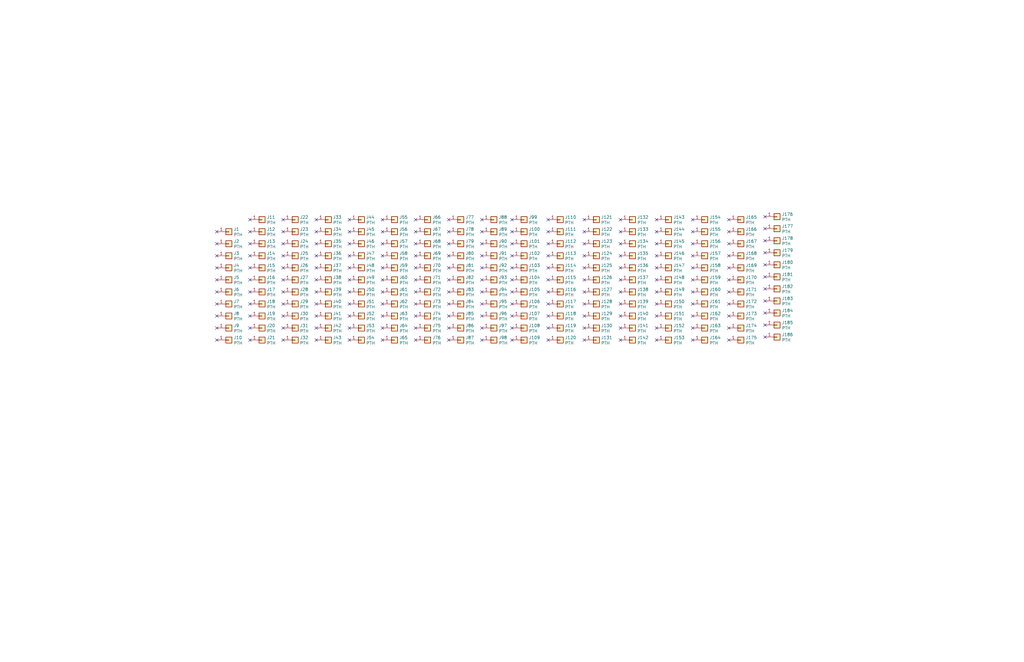
<source format=kicad_sch>
(kicad_sch (version 20211123) (generator eeschema)
  (paper "B")
  (lib_symbols
    (symbol "Connector_Generic:Conn_01x01" (pin_names (offset 1.016) hide)
      (property "Reference" "J" (at 0 2.54 0))
      (property "Value" "Conn_01x01" (at 0 -2.54 0))
      (symbol "Conn_01x01_1_1"
        (pin passive line (at -5.08 0 0) (length 3.81) (name "Pin_1") (number "1"))
      )
    )
  )
  (no_connect (at 322.58 91.44))
  (no_connect (at 133.35 92.71))
  (no_connect (at 161.29 133.35))
  (no_connect (at 292.1 118.11))
  (no_connect (at 292.1 143.51))
  (no_connect (at 307.34 133.35))
  (no_connect (at 175.26 97.79))
  (no_connect (at 292.1 102.87))
  (no_connect (at 133.35 97.79))
  (no_connect (at 147.32 143.51))
  (no_connect (at 322.58 137.16))
  (no_connect (at 231.14 118.11))
  (no_connect (at 231.14 92.71))
  (no_connect (at 133.35 113.03))
  (no_connect (at 307.34 123.19))
  (no_connect (at 189.23 133.35))
  (no_connect (at 161.29 143.51))
  (no_connect (at 147.32 107.95))
  (no_connect (at 322.58 106.68))
  (no_connect (at 91.44 97.79))
  (no_connect (at 276.86 113.03))
  (no_connect (at 322.58 101.6))
  (no_connect (at 147.32 123.19))
  (no_connect (at 307.34 138.43))
  (no_connect (at 307.34 97.79))
  (no_connect (at 175.26 138.43))
  (no_connect (at 215.9 92.71))
  (no_connect (at 231.14 107.95))
  (no_connect (at 292.1 113.03))
  (no_connect (at 261.62 118.11))
  (no_connect (at 105.41 118.11))
  (no_connect (at 175.26 118.11))
  (no_connect (at 261.62 92.71))
  (no_connect (at 203.2 97.79))
  (no_connect (at 105.41 92.71))
  (no_connect (at 276.86 102.87))
  (no_connect (at 105.41 113.03))
  (no_connect (at 91.44 138.43))
  (no_connect (at 203.2 138.43))
  (no_connect (at 261.62 97.79))
  (no_connect (at 215.9 128.27))
  (no_connect (at 246.38 113.03))
  (no_connect (at 161.29 123.19))
  (no_connect (at 292.1 138.43))
  (no_connect (at 307.34 128.27))
  (no_connect (at 203.2 118.11))
  (no_connect (at 161.29 138.43))
  (no_connect (at 292.1 97.79))
  (no_connect (at 276.86 107.95))
  (no_connect (at 161.29 113.03))
  (no_connect (at 161.29 92.71))
  (no_connect (at 189.23 113.03))
  (no_connect (at 133.35 128.27))
  (no_connect (at 322.58 116.84))
  (no_connect (at 307.34 118.11))
  (no_connect (at 175.26 123.19))
  (no_connect (at 105.41 102.87))
  (no_connect (at 215.9 133.35))
  (no_connect (at 175.26 143.51))
  (no_connect (at 91.44 128.27))
  (no_connect (at 292.1 123.19))
  (no_connect (at 203.2 107.95))
  (no_connect (at 147.32 133.35))
  (no_connect (at 147.32 97.79))
  (no_connect (at 203.2 123.19))
  (no_connect (at 261.62 102.87))
  (no_connect (at 246.38 107.95))
  (no_connect (at 276.86 97.79))
  (no_connect (at 292.1 107.95))
  (no_connect (at 231.14 123.19))
  (no_connect (at 307.34 107.95))
  (no_connect (at 175.26 92.71))
  (no_connect (at 91.44 143.51))
  (no_connect (at 246.38 133.35))
  (no_connect (at 105.41 143.51))
  (no_connect (at 147.32 102.87))
  (no_connect (at 175.26 128.27))
  (no_connect (at 231.14 138.43))
  (no_connect (at 322.58 132.08))
  (no_connect (at 322.58 111.76))
  (no_connect (at 119.38 113.03))
  (no_connect (at 292.1 133.35))
  (no_connect (at 119.38 102.87))
  (no_connect (at 322.58 96.52))
  (no_connect (at 276.86 143.51))
  (no_connect (at 246.38 118.11))
  (no_connect (at 322.58 127))
  (no_connect (at 261.62 113.03))
  (no_connect (at 215.9 97.79))
  (no_connect (at 231.14 143.51))
  (no_connect (at 215.9 138.43))
  (no_connect (at 91.44 133.35))
  (no_connect (at 231.14 128.27))
  (no_connect (at 189.23 143.51))
  (no_connect (at 119.38 107.95))
  (no_connect (at 231.14 102.87))
  (no_connect (at 133.35 138.43))
  (no_connect (at 231.14 113.03))
  (no_connect (at 261.62 143.51))
  (no_connect (at 147.32 138.43))
  (no_connect (at 161.29 128.27))
  (no_connect (at 276.86 118.11))
  (no_connect (at 203.2 113.03))
  (no_connect (at 161.29 102.87))
  (no_connect (at 203.2 133.35))
  (no_connect (at 322.58 142.24))
  (no_connect (at 215.9 123.19))
  (no_connect (at 91.44 118.11))
  (no_connect (at 246.38 92.71))
  (no_connect (at 119.38 128.27))
  (no_connect (at 161.29 97.79))
  (no_connect (at 105.41 128.27))
  (no_connect (at 203.2 128.27))
  (no_connect (at 203.2 143.51))
  (no_connect (at 307.34 143.51))
  (no_connect (at 215.9 143.51))
  (no_connect (at 276.86 128.27))
  (no_connect (at 119.38 133.35))
  (no_connect (at 261.62 133.35))
  (no_connect (at 189.23 118.11))
  (no_connect (at 246.38 138.43))
  (no_connect (at 119.38 143.51))
  (no_connect (at 276.86 123.19))
  (no_connect (at 261.62 138.43))
  (no_connect (at 261.62 107.95))
  (no_connect (at 189.23 138.43))
  (no_connect (at 189.23 128.27))
  (no_connect (at 91.44 113.03))
  (no_connect (at 246.38 97.79))
  (no_connect (at 105.41 107.95))
  (no_connect (at 147.32 128.27))
  (no_connect (at 292.1 128.27))
  (no_connect (at 276.86 92.71))
  (no_connect (at 119.38 118.11))
  (no_connect (at 189.23 97.79))
  (no_connect (at 189.23 102.87))
  (no_connect (at 203.2 92.71))
  (no_connect (at 105.41 97.79))
  (no_connect (at 105.41 123.19))
  (no_connect (at 133.35 143.51))
  (no_connect (at 261.62 123.19))
  (no_connect (at 215.9 102.87))
  (no_connect (at 189.23 107.95))
  (no_connect (at 119.38 138.43))
  (no_connect (at 292.1 92.71))
  (no_connect (at 175.26 107.95))
  (no_connect (at 215.9 107.95))
  (no_connect (at 189.23 92.71))
  (no_connect (at 133.35 107.95))
  (no_connect (at 175.26 133.35))
  (no_connect (at 119.38 123.19))
  (no_connect (at 105.41 133.35))
  (no_connect (at 133.35 123.19))
  (no_connect (at 133.35 102.87))
  (no_connect (at 307.34 92.71))
  (no_connect (at 231.14 133.35))
  (no_connect (at 215.9 113.03))
  (no_connect (at 261.62 128.27))
  (no_connect (at 175.26 113.03))
  (no_connect (at 246.38 128.27))
  (no_connect (at 276.86 138.43))
  (no_connect (at 161.29 107.95))
  (no_connect (at 215.9 118.11))
  (no_connect (at 119.38 97.79))
  (no_connect (at 105.41 138.43))
  (no_connect (at 203.2 102.87))
  (no_connect (at 147.32 118.11))
  (no_connect (at 246.38 143.51))
  (no_connect (at 322.58 121.92))
  (no_connect (at 119.38 92.71))
  (no_connect (at 147.32 113.03))
  (no_connect (at 161.29 118.11))
  (no_connect (at 133.35 133.35))
  (no_connect (at 91.44 102.87))
  (no_connect (at 246.38 102.87))
  (no_connect (at 175.26 102.87))
  (no_connect (at 307.34 113.03))
  (no_connect (at 91.44 123.19))
  (no_connect (at 189.23 123.19))
  (no_connect (at 147.32 92.71))
  (no_connect (at 246.38 123.19))
  (no_connect (at 307.34 102.87))
  (no_connect (at 276.86 133.35))
  (no_connect (at 231.14 97.79))
  (no_connect (at 133.35 118.11))
  (no_connect (at 91.44 107.95))
  (symbol (lib_id "Connector_Generic:Conn_01x01") (at 96.52 97.79 0) (unit 1)
    (property "Reference" "J1" (at 98.5012 96.7486 0) (effects (justify left)))
    (property "Value" "PTH" (at 98.5012 99.06 0) (effects (justify left)))
    (property "Footprint" "PTHelement:PTHelement" (effects hide))
  )
  (symbol (lib_id "Connector_Generic:Conn_01x01") (at 96.52 102.87 0) (unit 1)
    (property "Reference" "J2" (at 98.5012 101.8286 0) (effects (justify left)))
    (property "Value" "PTH" (at 98.5012 104.14 0) (effects (justify left)))
    (property "Footprint" "PTHelement:PTHelement" (effects hide))
  )
  (symbol (lib_id "Connector_Generic:Conn_01x01") (at 96.52 107.95 0) (unit 1)
    (property "Reference" "J3" (at 98.5012 106.9086 0) (effects (justify left)))
    (property "Value" "PTH" (at 98.5012 109.22 0) (effects (justify left)))
    (property "Footprint" "PTHelement:PTHelement" (effects hide))
  )
  (symbol (lib_id "Connector_Generic:Conn_01x01") (at 96.52 113.03 0) (unit 1)
    (property "Reference" "J4" (at 98.5012 111.9886 0) (effects (justify left)))
    (property "Value" "PTH" (at 98.5012 114.3 0) (effects (justify left)))
    (property "Footprint" "PTHelement:PTHelement" (effects hide))
  )
  (symbol (lib_id "Connector_Generic:Conn_01x01") (at 96.52 118.11 0) (unit 1)
    (property "Reference" "J5" (at 98.5012 117.0686 0) (effects (justify left)))
    (property "Value" "PTH" (at 98.5012 119.38 0) (effects (justify left)))
    (property "Footprint" "PTHelement:PTHelement" (effects hide))
  )
  (symbol (lib_id "Connector_Generic:Conn_01x01") (at 96.52 123.19 0) (unit 1)
    (property "Reference" "J6" (at 98.5012 122.1486 0) (effects (justify left)))
    (property "Value" "PTH" (at 98.5012 124.46 0) (effects (justify left)))
    (property "Footprint" "PTHelement:PTHelement" (effects hide))
  )
  (symbol (lib_id "Connector_Generic:Conn_01x01") (at 96.52 128.27 0) (unit 1)
    (property "Reference" "J7" (at 98.5012 127.2286 0) (effects (justify left)))
    (property "Value" "PTH" (at 98.5012 129.54 0) (effects (justify left)))
    (property "Footprint" "PTHelement:PTHelement" (effects hide))
  )
  (symbol (lib_id "Connector_Generic:Conn_01x01") (at 96.52 133.35 0) (unit 1)
    (property "Reference" "J8" (at 98.5012 132.3086 0) (effects (justify left)))
    (property "Value" "PTH" (at 98.5012 134.62 0) (effects (justify left)))
    (property "Footprint" "PTHelement:PTHelement" (effects hide))
  )
  (symbol (lib_id "Connector_Generic:Conn_01x01") (at 96.52 138.43 0) (unit 1)
    (property "Reference" "J9" (at 98.5012 137.3886 0) (effects (justify left)))
    (property "Value" "PTH" (at 98.5012 139.7 0) (effects (justify left)))
    (property "Footprint" "PTHelement:PTHelement" (effects hide))
  )
  (symbol (lib_id "Connector_Generic:Conn_01x01") (at 96.52 143.51 0) (unit 1)
    (property "Reference" "J10" (at 98.5012 142.4686 0) (effects (justify left)))
    (property "Value" "PTH" (at 98.5012 144.78 0) (effects (justify left)))
    (property "Footprint" "PTHelement:PTHelement" (effects hide))
  )
  (symbol (lib_id "Connector_Generic:Conn_01x01") (at 110.49 92.71 0) (unit 1)
    (property "Reference" "J11" (at 112.4712 91.6686 0) (effects (justify left)))
    (property "Value" "PTH" (at 112.4712 93.98 0) (effects (justify left)))
    (property "Footprint" "PTHelement:PTHelement" (effects hide))
  )
  (symbol (lib_id "Connector_Generic:Conn_01x01") (at 110.49 97.79 0) (unit 1)
    (property "Reference" "J12" (at 112.4712 96.7486 0) (effects (justify left)))
    (property "Value" "PTH" (at 112.4712 99.06 0) (effects (justify left)))
    (property "Footprint" "PTHelement:PTHelement" (effects hide))
  )
  (symbol (lib_id "Connector_Generic:Conn_01x01") (at 110.49 102.87 0) (unit 1)
    (property "Reference" "J13" (at 112.4712 101.8286 0) (effects (justify left)))
    (property "Value" "PTH" (at 112.4712 104.14 0) (effects (justify left)))
    (property "Footprint" "PTHelement:PTHelement" (effects hide))
  )
  (symbol (lib_id "Connector_Generic:Conn_01x01") (at 110.49 107.95 0) (unit 1)
    (property "Reference" "J14" (at 112.4712 106.9086 0) (effects (justify left)))
    (property "Value" "PTH" (at 112.4712 109.22 0) (effects (justify left)))
    (property "Footprint" "PTHelement:PTHelement" (effects hide))
  )
  (symbol (lib_id "Connector_Generic:Conn_01x01") (at 110.49 113.03 0) (unit 1)
    (property "Reference" "J15" (at 112.4712 111.9886 0) (effects (justify left)))
    (property "Value" "PTH" (at 112.4712 114.3 0) (effects (justify left)))
    (property "Footprint" "PTHelement:PTHelement" (effects hide))
  )
  (symbol (lib_id "Connector_Generic:Conn_01x01") (at 110.49 118.11 0) (unit 1)
    (property "Reference" "J16" (at 112.4712 117.0686 0) (effects (justify left)))
    (property "Value" "PTH" (at 112.4712 119.38 0) (effects (justify left)))
    (property "Footprint" "PTHelement:PTHelement" (effects hide))
  )
  (symbol (lib_id "Connector_Generic:Conn_01x01") (at 110.49 123.19 0) (unit 1)
    (property "Reference" "J17" (at 112.4712 122.1486 0) (effects (justify left)))
    (property "Value" "PTH" (at 112.4712 124.46 0) (effects (justify left)))
    (property "Footprint" "PTHelement:PTHelement" (effects hide))
  )
  (symbol (lib_id "Connector_Generic:Conn_01x01") (at 110.49 128.27 0) (unit 1)
    (property "Reference" "J18" (at 112.4712 127.2286 0) (effects (justify left)))
    (property "Value" "PTH" (at 112.4712 129.54 0) (effects (justify left)))
    (property "Footprint" "PTHelement:PTHelement" (effects hide))
  )
  (symbol (lib_id "Connector_Generic:Conn_01x01") (at 110.49 133.35 0) (unit 1)
    (property "Reference" "J19" (at 112.4712 132.3086 0) (effects (justify left)))
    (property "Value" "PTH" (at 112.4712 134.62 0) (effects (justify left)))
    (property "Footprint" "PTHelement:PTHelement" (effects hide))
  )
  (symbol (lib_id "Connector_Generic:Conn_01x01") (at 110.49 138.43 0) (unit 1)
    (property "Reference" "J20" (at 112.4712 137.3886 0) (effects (justify left)))
    (property "Value" "PTH" (at 112.4712 139.7 0) (effects (justify left)))
    (property "Footprint" "PTHelement:PTHelement" (effects hide))
  )
  (symbol (lib_id "Connector_Generic:Conn_01x01") (at 124.46 138.43 0) (unit 1)
    (property "Reference" "J31" (at 126.4412 137.3886 0) (effects (justify left)))
    (property "Value" "PTH" (at 126.4412 139.7 0) (effects (justify left)))
    (property "Footprint" "PTHelement:PTHelement" (effects hide))
  )
  (symbol (lib_id "Connector_Generic:Conn_01x01") (at 110.49 143.51 0) (unit 1)
    (property "Reference" "J21" (at 112.4712 142.4686 0) (effects (justify left)))
    (property "Value" "PTH" (at 112.4712 144.78 0) (effects (justify left)))
    (property "Footprint" "PTHelement:PTHelement" (effects hide))
  )
  (symbol (lib_id "Connector_Generic:Conn_01x01") (at 124.46 92.71 0) (unit 1)
    (property "Reference" "J22" (at 126.4412 91.6686 0) (effects (justify left)))
    (property "Value" "PTH" (at 126.4412 93.98 0) (effects (justify left)))
    (property "Footprint" "PTHelement:PTHelement" (effects hide))
  )
  (symbol (lib_id "Connector_Generic:Conn_01x01") (at 124.46 97.79 0) (unit 1)
    (property "Reference" "J23" (at 126.4412 96.7486 0) (effects (justify left)))
    (property "Value" "PTH" (at 126.4412 99.06 0) (effects (justify left)))
    (property "Footprint" "PTHelement:PTHelement" (effects hide))
  )
  (symbol (lib_id "Connector_Generic:Conn_01x01") (at 124.46 102.87 0) (unit 1)
    (property "Reference" "J24" (at 126.4412 101.8286 0) (effects (justify left)))
    (property "Value" "PTH" (at 126.4412 104.14 0) (effects (justify left)))
    (property "Footprint" "PTHelement:PTHelement" (effects hide))
  )
  (symbol (lib_id "Connector_Generic:Conn_01x01") (at 124.46 107.95 0) (unit 1)
    (property "Reference" "J25" (at 126.4412 106.9086 0) (effects (justify left)))
    (property "Value" "PTH" (at 126.4412 109.22 0) (effects (justify left)))
    (property "Footprint" "PTHelement:PTHelement" (effects hide))
  )
  (symbol (lib_id "Connector_Generic:Conn_01x01") (at 124.46 113.03 0) (unit 1)
    (property "Reference" "J26" (at 126.4412 111.9886 0) (effects (justify left)))
    (property "Value" "PTH" (at 126.4412 114.3 0) (effects (justify left)))
    (property "Footprint" "PTHelement:PTHelement" (effects hide))
  )
  (symbol (lib_id "Connector_Generic:Conn_01x01") (at 124.46 118.11 0) (unit 1)
    (property "Reference" "J27" (at 126.4412 117.0686 0) (effects (justify left)))
    (property "Value" "PTH" (at 126.4412 119.38 0) (effects (justify left)))
    (property "Footprint" "PTHelement:PTHelement" (effects hide))
  )
  (symbol (lib_id "Connector_Generic:Conn_01x01") (at 124.46 123.19 0) (unit 1)
    (property "Reference" "J28" (at 126.4412 122.1486 0) (effects (justify left)))
    (property "Value" "PTH" (at 126.4412 124.46 0) (effects (justify left)))
    (property "Footprint" "PTHelement:PTHelement" (effects hide))
  )
  (symbol (lib_id "Connector_Generic:Conn_01x01") (at 124.46 128.27 0) (unit 1)
    (property "Reference" "J29" (at 126.4412 127.2286 0) (effects (justify left)))
    (property "Value" "PTH" (at 126.4412 129.54 0) (effects (justify left)))
    (property "Footprint" "PTHelement:PTHelement" (effects hide))
  )
  (symbol (lib_id "Connector_Generic:Conn_01x01") (at 124.46 133.35 0) (unit 1)
    (property "Reference" "J30" (at 126.4412 132.3086 0) (effects (justify left)))
    (property "Value" "PTH" (at 126.4412 134.62 0) (effects (justify left)))
    (property "Footprint" "PTHelement:PTHelement" (effects hide))
  )
  (symbol (lib_id "Connector_Generic:Conn_01x01") (at 124.46 143.51 0) (unit 1)
    (property "Reference" "J32" (at 126.4412 142.4686 0) (effects (justify left)))
    (property "Value" "PTH" (at 126.4412 144.78 0) (effects (justify left)))
    (property "Footprint" "PTHelement:PTHelement" (effects hide))
  )
  (symbol (lib_id "Connector_Generic:Conn_01x01") (at 138.43 138.43 0) (unit 1)
    (property "Reference" "J42" (at 140.4112 137.3886 0) (effects (justify left)))
    (property "Value" "PTH" (at 140.4112 139.7 0) (effects (justify left)))
    (property "Footprint" "PTHelement:PTHelement" (effects hide))
  )
  (symbol (lib_id "Connector_Generic:Conn_01x01") (at 138.43 92.71 0) (unit 1)
    (property "Reference" "J33" (at 140.4112 91.6686 0) (effects (justify left)))
    (property "Value" "PTH" (at 140.4112 93.98 0) (effects (justify left)))
    (property "Footprint" "PTHelement:PTHelement" (effects hide))
  )
  (symbol (lib_id "Connector_Generic:Conn_01x01") (at 138.43 97.79 0) (unit 1)
    (property "Reference" "J34" (at 140.4112 96.7486 0) (effects (justify left)))
    (property "Value" "PTH" (at 140.4112 99.06 0) (effects (justify left)))
    (property "Footprint" "PTHelement:PTHelement" (effects hide))
  )
  (symbol (lib_id "Connector_Generic:Conn_01x01") (at 138.43 102.87 0) (unit 1)
    (property "Reference" "J35" (at 140.4112 101.8286 0) (effects (justify left)))
    (property "Value" "PTH" (at 140.4112 104.14 0) (effects (justify left)))
    (property "Footprint" "PTHelement:PTHelement" (effects hide))
  )
  (symbol (lib_id "Connector_Generic:Conn_01x01") (at 138.43 107.95 0) (unit 1)
    (property "Reference" "J36" (at 140.4112 106.9086 0) (effects (justify left)))
    (property "Value" "PTH" (at 140.4112 109.22 0) (effects (justify left)))
    (property "Footprint" "PTHelement:PTHelement" (effects hide))
  )
  (symbol (lib_id "Connector_Generic:Conn_01x01") (at 138.43 113.03 0) (unit 1)
    (property "Reference" "J37" (at 140.4112 111.9886 0) (effects (justify left)))
    (property "Value" "PTH" (at 140.4112 114.3 0) (effects (justify left)))
    (property "Footprint" "PTHelement:PTHelement" (effects hide))
  )
  (symbol (lib_id "Connector_Generic:Conn_01x01") (at 138.43 118.11 0) (unit 1)
    (property "Reference" "J38" (at 140.4112 117.0686 0) (effects (justify left)))
    (property "Value" "PTH" (at 140.4112 119.38 0) (effects (justify left)))
    (property "Footprint" "PTHelement:PTHelement" (effects hide))
  )
  (symbol (lib_id "Connector_Generic:Conn_01x01") (at 138.43 123.19 0) (unit 1)
    (property "Reference" "J39" (at 140.4112 122.1486 0) (effects (justify left)))
    (property "Value" "PTH" (at 140.4112 124.46 0) (effects (justify left)))
    (property "Footprint" "PTHelement:PTHelement" (effects hide))
  )
  (symbol (lib_id "Connector_Generic:Conn_01x01") (at 138.43 128.27 0) (unit 1)
    (property "Reference" "J40" (at 140.4112 127.2286 0) (effects (justify left)))
    (property "Value" "PTH" (at 140.4112 129.54 0) (effects (justify left)))
    (property "Footprint" "PTHelement:PTHelement" (effects hide))
  )
  (symbol (lib_id "Connector_Generic:Conn_01x01") (at 138.43 133.35 0) (unit 1)
    (property "Reference" "J41" (at 140.4112 132.3086 0) (effects (justify left)))
    (property "Value" "PTH" (at 140.4112 134.62 0) (effects (justify left)))
    (property "Footprint" "PTHelement:PTHelement" (effects hide))
  )
  (symbol (lib_id "Connector_Generic:Conn_01x01") (at 138.43 143.51 0) (unit 1)
    (property "Reference" "J43" (at 140.4112 142.4686 0) (effects (justify left)))
    (property "Value" "PTH" (at 140.4112 144.78 0) (effects (justify left)))
    (property "Footprint" "PTHelement:PTHelement" (effects hide))
  )
  (symbol (lib_id "Connector_Generic:Conn_01x01") (at 152.4 143.51 0) (unit 1)
    (property "Reference" "J54" (at 154.3812 142.4686 0) (effects (justify left)))
    (property "Value" "PTH" (at 154.3812 144.78 0) (effects (justify left)))
    (property "Footprint" "PTHelement:PTHelement" (effects hide))
  )
  (symbol (lib_id "Connector_Generic:Conn_01x01") (at 152.4 133.35 0) (unit 1)
    (property "Reference" "J52" (at 154.3812 132.3086 0) (effects (justify left)))
    (property "Value" "PTH" (at 154.3812 134.62 0) (effects (justify left)))
    (property "Footprint" "PTHelement:PTHelement" (effects hide))
  )
  (symbol (lib_id "Connector_Generic:Conn_01x01") (at 152.4 128.27 0) (unit 1)
    (property "Reference" "J51" (at 154.3812 127.2286 0) (effects (justify left)))
    (property "Value" "PTH" (at 154.3812 129.54 0) (effects (justify left)))
    (property "Footprint" "PTHelement:PTHelement" (effects hide))
  )
  (symbol (lib_id "Connector_Generic:Conn_01x01") (at 152.4 123.19 0) (unit 1)
    (property "Reference" "J50" (at 154.3812 122.1486 0) (effects (justify left)))
    (property "Value" "PTH" (at 154.3812 124.46 0) (effects (justify left)))
    (property "Footprint" "PTHelement:PTHelement" (effects hide))
  )
  (symbol (lib_id "Connector_Generic:Conn_01x01") (at 152.4 118.11 0) (unit 1)
    (property "Reference" "J49" (at 154.3812 117.0686 0) (effects (justify left)))
    (property "Value" "PTH" (at 154.3812 119.38 0) (effects (justify left)))
    (property "Footprint" "PTHelement:PTHelement" (effects hide))
  )
  (symbol (lib_id "Connector_Generic:Conn_01x01") (at 152.4 113.03 0) (unit 1)
    (property "Reference" "J48" (at 154.3812 111.9886 0) (effects (justify left)))
    (property "Value" "PTH" (at 154.3812 114.3 0) (effects (justify left)))
    (property "Footprint" "PTHelement:PTHelement" (effects hide))
  )
  (symbol (lib_id "Connector_Generic:Conn_01x01") (at 152.4 107.95 0) (unit 1)
    (property "Reference" "J47" (at 154.3812 106.9086 0) (effects (justify left)))
    (property "Value" "PTH" (at 154.3812 109.22 0) (effects (justify left)))
    (property "Footprint" "PTHelement:PTHelement" (effects hide))
  )
  (symbol (lib_id "Connector_Generic:Conn_01x01") (at 152.4 102.87 0) (unit 1)
    (property "Reference" "J46" (at 154.3812 101.8286 0) (effects (justify left)))
    (property "Value" "PTH" (at 154.3812 104.14 0) (effects (justify left)))
    (property "Footprint" "PTHelement:PTHelement" (effects hide))
  )
  (symbol (lib_id "Connector_Generic:Conn_01x01") (at 152.4 97.79 0) (unit 1)
    (property "Reference" "J45" (at 154.3812 96.7486 0) (effects (justify left)))
    (property "Value" "PTH" (at 154.3812 99.06 0) (effects (justify left)))
    (property "Footprint" "PTHelement:PTHelement" (effects hide))
  )
  (symbol (lib_id "Connector_Generic:Conn_01x01") (at 152.4 92.71 0) (unit 1)
    (property "Reference" "J44" (at 154.3812 91.6686 0) (effects (justify left)))
    (property "Value" "PTH" (at 154.3812 93.98 0) (effects (justify left)))
    (property "Footprint" "PTHelement:PTHelement" (effects hide))
  )
  (symbol (lib_id "Connector_Generic:Conn_01x01") (at 152.4 138.43 0) (unit 1)
    (property "Reference" "J53" (at 154.3812 137.3886 0) (effects (justify left)))
    (property "Value" "PTH" (at 154.3812 139.7 0) (effects (justify left)))
    (property "Footprint" "PTHelement:PTHelement" (effects hide))
  )
  (symbol (lib_id "Connector_Generic:Conn_01x01") (at 180.34 92.71 0) (unit 1)
    (property "Reference" "J66" (at 182.3212 91.6686 0) (effects (justify left)))
    (property "Value" "PTH" (at 182.3212 93.98 0) (effects (justify left)))
    (property "Footprint" "PTHelement:PTHelement" (effects hide))
  )
  (symbol (lib_id "Connector_Generic:Conn_01x01") (at 166.37 133.35 0) (unit 1)
    (property "Reference" "J63" (at 168.3512 132.3086 0) (effects (justify left)))
    (property "Value" "PTH" (at 168.3512 134.62 0) (effects (justify left)))
    (property "Footprint" "PTHelement:PTHelement" (effects hide))
  )
  (symbol (lib_id "Connector_Generic:Conn_01x01") (at 166.37 128.27 0) (unit 1)
    (property "Reference" "J62" (at 168.3512 127.2286 0) (effects (justify left)))
    (property "Value" "PTH" (at 168.3512 129.54 0) (effects (justify left)))
    (property "Footprint" "PTHelement:PTHelement" (effects hide))
  )
  (symbol (lib_id "Connector_Generic:Conn_01x01") (at 166.37 123.19 0) (unit 1)
    (property "Reference" "J61" (at 168.3512 122.1486 0) (effects (justify left)))
    (property "Value" "PTH" (at 168.3512 124.46 0) (effects (justify left)))
    (property "Footprint" "PTHelement:PTHelement" (effects hide))
  )
  (symbol (lib_id "Connector_Generic:Conn_01x01") (at 166.37 118.11 0) (unit 1)
    (property "Reference" "J60" (at 168.3512 117.0686 0) (effects (justify left)))
    (property "Value" "PTH" (at 168.3512 119.38 0) (effects (justify left)))
    (property "Footprint" "PTHelement:PTHelement" (effects hide))
  )
  (symbol (lib_id "Connector_Generic:Conn_01x01") (at 166.37 113.03 0) (unit 1)
    (property "Reference" "J59" (at 168.3512 111.9886 0) (effects (justify left)))
    (property "Value" "PTH" (at 168.3512 114.3 0) (effects (justify left)))
    (property "Footprint" "PTHelement:PTHelement" (effects hide))
  )
  (symbol (lib_id "Connector_Generic:Conn_01x01") (at 166.37 107.95 0) (unit 1)
    (property "Reference" "J58" (at 168.3512 106.9086 0) (effects (justify left)))
    (property "Value" "PTH" (at 168.3512 109.22 0) (effects (justify left)))
    (property "Footprint" "PTHelement:PTHelement" (effects hide))
  )
  (symbol (lib_id "Connector_Generic:Conn_01x01") (at 166.37 102.87 0) (unit 1)
    (property "Reference" "J57" (at 168.3512 101.8286 0) (effects (justify left)))
    (property "Value" "PTH" (at 168.3512 104.14 0) (effects (justify left)))
    (property "Footprint" "PTHelement:PTHelement" (effects hide))
  )
  (symbol (lib_id "Connector_Generic:Conn_01x01") (at 166.37 97.79 0) (unit 1)
    (property "Reference" "J56" (at 168.3512 96.7486 0) (effects (justify left)))
    (property "Value" "PTH" (at 168.3512 99.06 0) (effects (justify left)))
    (property "Footprint" "PTHelement:PTHelement" (effects hide))
  )
  (symbol (lib_id "Connector_Generic:Conn_01x01") (at 166.37 92.71 0) (unit 1)
    (property "Reference" "J55" (at 168.3512 91.6686 0) (effects (justify left)))
    (property "Value" "PTH" (at 168.3512 93.98 0) (effects (justify left)))
    (property "Footprint" "PTHelement:PTHelement" (effects hide))
  )
  (symbol (lib_id "Connector_Generic:Conn_01x01") (at 166.37 143.51 0) (unit 1)
    (property "Reference" "J65" (at 168.3512 142.4686 0) (effects (justify left)))
    (property "Value" "PTH" (at 168.3512 144.78 0) (effects (justify left)))
    (property "Footprint" "PTHelement:PTHelement" (effects hide))
  )
  (symbol (lib_id "Connector_Generic:Conn_01x01") (at 166.37 138.43 0) (unit 1)
    (property "Reference" "J64" (at 168.3512 137.3886 0) (effects (justify left)))
    (property "Value" "PTH" (at 168.3512 139.7 0) (effects (justify left)))
    (property "Footprint" "PTHelement:PTHelement" (effects hide))
  )
  (symbol (lib_id "Connector_Generic:Conn_01x01") (at 180.34 138.43 0) (unit 1)
    (property "Reference" "J75" (at 182.3212 137.3886 0) (effects (justify left)))
    (property "Value" "PTH" (at 182.3212 139.7 0) (effects (justify left)))
    (property "Footprint" "PTHelement:PTHelement" (effects hide))
  )
  (symbol (lib_id "Connector_Generic:Conn_01x01") (at 180.34 133.35 0) (unit 1)
    (property "Reference" "J74" (at 182.3212 132.3086 0) (effects (justify left)))
    (property "Value" "PTH" (at 182.3212 134.62 0) (effects (justify left)))
    (property "Footprint" "PTHelement:PTHelement" (effects hide))
  )
  (symbol (lib_id "Connector_Generic:Conn_01x01") (at 180.34 128.27 0) (unit 1)
    (property "Reference" "J73" (at 182.3212 127.2286 0) (effects (justify left)))
    (property "Value" "PTH" (at 182.3212 129.54 0) (effects (justify left)))
    (property "Footprint" "PTHelement:PTHelement" (effects hide))
  )
  (symbol (lib_id "Connector_Generic:Conn_01x01") (at 180.34 123.19 0) (unit 1)
    (property "Reference" "J72" (at 182.3212 122.1486 0) (effects (justify left)))
    (property "Value" "PTH" (at 182.3212 124.46 0) (effects (justify left)))
    (property "Footprint" "PTHelement:PTHelement" (effects hide))
  )
  (symbol (lib_id "Connector_Generic:Conn_01x01") (at 180.34 118.11 0) (unit 1)
    (property "Reference" "J71" (at 182.3212 117.0686 0) (effects (justify left)))
    (property "Value" "PTH" (at 182.3212 119.38 0) (effects (justify left)))
    (property "Footprint" "PTHelement:PTHelement" (effects hide))
  )
  (symbol (lib_id "Connector_Generic:Conn_01x01") (at 180.34 113.03 0) (unit 1)
    (property "Reference" "J70" (at 182.3212 111.9886 0) (effects (justify left)))
    (property "Value" "PTH" (at 182.3212 114.3 0) (effects (justify left)))
    (property "Footprint" "PTHelement:PTHelement" (effects hide))
  )
  (symbol (lib_id "Connector_Generic:Conn_01x01") (at 180.34 107.95 0) (unit 1)
    (property "Reference" "J69" (at 182.3212 106.9086 0) (effects (justify left)))
    (property "Value" "PTH" (at 182.3212 109.22 0) (effects (justify left)))
    (property "Footprint" "PTHelement:PTHelement" (effects hide))
  )
  (symbol (lib_id "Connector_Generic:Conn_01x01") (at 180.34 102.87 0) (unit 1)
    (property "Reference" "J68" (at 182.3212 101.8286 0) (effects (justify left)))
    (property "Value" "PTH" (at 182.3212 104.14 0) (effects (justify left)))
    (property "Footprint" "PTHelement:PTHelement" (effects hide))
  )
  (symbol (lib_id "Connector_Generic:Conn_01x01") (at 194.31 92.71 0) (unit 1)
    (property "Reference" "J77" (at 196.2912 91.6686 0) (effects (justify left)))
    (property "Value" "PTH" (at 196.2912 93.98 0) (effects (justify left)))
    (property "Footprint" "PTHelement:PTHelement" (effects hide))
  )
  (symbol (lib_id "Connector_Generic:Conn_01x01") (at 180.34 143.51 0) (unit 1)
    (property "Reference" "J76" (at 182.3212 142.4686 0) (effects (justify left)))
    (property "Value" "PTH" (at 182.3212 144.78 0) (effects (justify left)))
    (property "Footprint" "PTHelement:PTHelement" (effects hide))
  )
  (symbol (lib_id "Connector_Generic:Conn_01x01") (at 180.34 97.79 0) (unit 1)
    (property "Reference" "J67" (at 182.3212 96.7486 0) (effects (justify left)))
    (property "Value" "PTH" (at 182.3212 99.06 0) (effects (justify left)))
    (property "Footprint" "PTHelement:PTHelement" (effects hide))
  )
  (symbol (lib_id "Connector_Generic:Conn_01x01") (at 194.31 143.51 0) (unit 1)
    (property "Reference" "J87" (at 196.2912 142.4686 0) (effects (justify left)))
    (property "Value" "PTH" (at 196.2912 144.78 0) (effects (justify left)))
    (property "Footprint" "PTHelement:PTHelement" (effects hide))
  )
  (symbol (lib_id "Connector_Generic:Conn_01x01") (at 194.31 102.87 0) (unit 1)
    (property "Reference" "J79" (at 196.2912 101.8286 0) (effects (justify left)))
    (property "Value" "PTH" (at 196.2912 104.14 0) (effects (justify left)))
    (property "Footprint" "PTHelement:PTHelement" (effects hide))
  )
  (symbol (lib_id "Connector_Generic:Conn_01x01") (at 194.31 107.95 0) (unit 1)
    (property "Reference" "J80" (at 196.2912 106.9086 0) (effects (justify left)))
    (property "Value" "PTH" (at 196.2912 109.22 0) (effects (justify left)))
    (property "Footprint" "PTHelement:PTHelement" (effects hide))
  )
  (symbol (lib_id "Connector_Generic:Conn_01x01") (at 194.31 113.03 0) (unit 1)
    (property "Reference" "J81" (at 196.2912 111.9886 0) (effects (justify left)))
    (property "Value" "PTH" (at 196.2912 114.3 0) (effects (justify left)))
    (property "Footprint" "PTHelement:PTHelement" (effects hide))
  )
  (symbol (lib_id "Connector_Generic:Conn_01x01") (at 194.31 118.11 0) (unit 1)
    (property "Reference" "J82" (at 196.2912 117.0686 0) (effects (justify left)))
    (property "Value" "PTH" (at 196.2912 119.38 0) (effects (justify left)))
    (property "Footprint" "PTHelement:PTHelement" (effects hide))
  )
  (symbol (lib_id "Connector_Generic:Conn_01x01") (at 194.31 123.19 0) (unit 1)
    (property "Reference" "J83" (at 196.2912 122.1486 0) (effects (justify left)))
    (property "Value" "PTH" (at 196.2912 124.46 0) (effects (justify left)))
    (property "Footprint" "PTHelement:PTHelement" (effects hide))
  )
  (symbol (lib_id "Connector_Generic:Conn_01x01") (at 194.31 128.27 0) (unit 1)
    (property "Reference" "J84" (at 196.2912 127.2286 0) (effects (justify left)))
    (property "Value" "PTH" (at 196.2912 129.54 0) (effects (justify left)))
    (property "Footprint" "PTHelement:PTHelement" (effects hide))
  )
  (symbol (lib_id "Connector_Generic:Conn_01x01") (at 194.31 133.35 0) (unit 1)
    (property "Reference" "J85" (at 196.2912 132.3086 0) (effects (justify left)))
    (property "Value" "PTH" (at 196.2912 134.62 0) (effects (justify left)))
    (property "Footprint" "PTHelement:PTHelement" (effects hide))
  )
  (symbol (lib_id "Connector_Generic:Conn_01x01") (at 194.31 138.43 0) (unit 1)
    (property "Reference" "J86" (at 196.2912 137.3886 0) (effects (justify left)))
    (property "Value" "PTH" (at 196.2912 139.7 0) (effects (justify left)))
    (property "Footprint" "PTHelement:PTHelement" (effects hide))
  )
  (symbol (lib_id "Connector_Generic:Conn_01x01") (at 194.31 97.79 0) (unit 1)
    (property "Reference" "J78" (at 196.2912 96.7486 0) (effects (justify left)))
    (property "Value" "PTH" (at 196.2912 99.06 0) (effects (justify left)))
    (property "Footprint" "PTHelement:PTHelement" (effects hide))
  )
  (symbol (lib_id "Connector_Generic:Conn_01x01") (at 208.28 92.71 0) (unit 1)
    (property "Reference" "J88" (at 210.2612 91.6686 0) (effects (justify left)))
    (property "Value" "PTH" (at 210.2612 93.98 0) (effects (justify left)))
    (property "Footprint" "PTHelement:PTHelement" (effects hide))
  )
  (symbol (lib_id "Connector_Generic:Conn_01x01") (at 208.28 143.51 0) (unit 1)
    (property "Reference" "J98" (at 210.2612 142.4686 0) (effects (justify left)))
    (property "Value" "PTH" (at 210.2612 144.78 0) (effects (justify left)))
    (property "Footprint" "PTHelement:PTHelement" (effects hide))
  )
  (symbol (lib_id "Connector_Generic:Conn_01x01") (at 208.28 102.87 0) (unit 1)
    (property "Reference" "J90" (at 210.2612 101.8286 0) (effects (justify left)))
    (property "Value" "PTH" (at 210.2612 104.14 0) (effects (justify left)))
    (property "Footprint" "PTHelement:PTHelement" (effects hide))
  )
  (symbol (lib_id "Connector_Generic:Conn_01x01") (at 208.28 107.95 0) (unit 1)
    (property "Reference" "J91" (at 210.2612 106.9086 0) (effects (justify left)))
    (property "Value" "PTH" (at 210.2612 109.22 0) (effects (justify left)))
    (property "Footprint" "PTHelement:PTHelement" (effects hide))
  )
  (symbol (lib_id "Connector_Generic:Conn_01x01") (at 208.28 113.03 0) (unit 1)
    (property "Reference" "J92" (at 210.2612 111.9886 0) (effects (justify left)))
    (property "Value" "PTH" (at 210.2612 114.3 0) (effects (justify left)))
    (property "Footprint" "PTHelement:PTHelement" (effects hide))
  )
  (symbol (lib_id "Connector_Generic:Conn_01x01") (at 208.28 118.11 0) (unit 1)
    (property "Reference" "J93" (at 210.2612 117.0686 0) (effects (justify left)))
    (property "Value" "PTH" (at 210.2612 119.38 0) (effects (justify left)))
    (property "Footprint" "PTHelement:PTHelement" (effects hide))
  )
  (symbol (lib_id "Connector_Generic:Conn_01x01") (at 208.28 123.19 0) (unit 1)
    (property "Reference" "J94" (at 210.2612 122.1486 0) (effects (justify left)))
    (property "Value" "PTH" (at 210.2612 124.46 0) (effects (justify left)))
    (property "Footprint" "PTHelement:PTHelement" (effects hide))
  )
  (symbol (lib_id "Connector_Generic:Conn_01x01") (at 208.28 128.27 0) (unit 1)
    (property "Reference" "J95" (at 210.2612 127.2286 0) (effects (justify left)))
    (property "Value" "PTH" (at 210.2612 129.54 0) (effects (justify left)))
    (property "Footprint" "PTHelement:PTHelement" (effects hide))
  )
  (symbol (lib_id "Connector_Generic:Conn_01x01") (at 208.28 133.35 0) (unit 1)
    (property "Reference" "J96" (at 210.2612 132.3086 0) (effects (justify left)))
    (property "Value" "PTH" (at 210.2612 134.62 0) (effects (justify left)))
    (property "Footprint" "PTHelement:PTHelement" (effects hide))
  )
  (symbol (lib_id "Connector_Generic:Conn_01x01") (at 208.28 138.43 0) (unit 1)
    (property "Reference" "J97" (at 210.2612 137.3886 0) (effects (justify left)))
    (property "Value" "PTH" (at 210.2612 139.7 0) (effects (justify left)))
    (property "Footprint" "PTHelement:PTHelement" (effects hide))
  )
  (symbol (lib_id "Connector_Generic:Conn_01x01") (at 208.28 97.79 0) (unit 1)
    (property "Reference" "J89" (at 210.2612 96.7486 0) (effects (justify left)))
    (property "Value" "PTH" (at 210.2612 99.06 0) (effects (justify left)))
    (property "Footprint" "PTHelement:PTHelement" (effects hide))
  )
  (symbol (lib_id "Connector_Generic:Conn_01x01") (at 220.98 92.71 0) (unit 1)
    (property "Reference" "J99" (at 222.9612 91.6686 0) (effects (justify left)))
    (property "Value" "PTH" (at 222.9612 93.98 0) (effects (justify left)))
    (property "Footprint" "PTHelement:PTHelement" (effects hide))
  )
  (symbol (lib_id "Connector_Generic:Conn_01x01") (at 220.98 143.51 0) (unit 1)
    (property "Reference" "J109" (at 222.9612 142.4686 0) (effects (justify left)))
    (property "Value" "PTH" (at 222.9612 144.78 0) (effects (justify left)))
    (property "Footprint" "PTHelement:PTHelement" (effects hide))
  )
  (symbol (lib_id "Connector_Generic:Conn_01x01") (at 220.98 102.87 0) (unit 1)
    (property "Reference" "J101" (at 222.9612 101.8286 0) (effects (justify left)))
    (property "Value" "PTH" (at 222.9612 104.14 0) (effects (justify left)))
    (property "Footprint" "PTHelement:PTHelement" (effects hide))
  )
  (symbol (lib_id "Connector_Generic:Conn_01x01") (at 220.98 107.95 0) (unit 1)
    (property "Reference" "J102" (at 222.9612 106.9086 0) (effects (justify left)))
    (property "Value" "PTH" (at 222.9612 109.22 0) (effects (justify left)))
    (property "Footprint" "PTHelement:PTHelement" (effects hide))
  )
  (symbol (lib_id "Connector_Generic:Conn_01x01") (at 220.98 113.03 0) (unit 1)
    (property "Reference" "J103" (at 222.9612 111.9886 0) (effects (justify left)))
    (property "Value" "PTH" (at 222.9612 114.3 0) (effects (justify left)))
    (property "Footprint" "PTHelement:PTHelement" (effects hide))
  )
  (symbol (lib_id "Connector_Generic:Conn_01x01") (at 220.98 118.11 0) (unit 1)
    (property "Reference" "J104" (at 222.9612 117.0686 0) (effects (justify left)))
    (property "Value" "PTH" (at 222.9612 119.38 0) (effects (justify left)))
    (property "Footprint" "PTHelement:PTHelement" (effects hide))
  )
  (symbol (lib_id "Connector_Generic:Conn_01x01") (at 220.98 123.19 0) (unit 1)
    (property "Reference" "J105" (at 222.9612 122.1486 0) (effects (justify left)))
    (property "Value" "PTH" (at 222.9612 124.46 0) (effects (justify left)))
    (property "Footprint" "PTHelement:PTHelement" (effects hide))
  )
  (symbol (lib_id "Connector_Generic:Conn_01x01") (at 220.98 128.27 0) (unit 1)
    (property "Reference" "J106" (at 222.9612 127.2286 0) (effects (justify left)))
    (property "Value" "PTH" (at 222.9612 129.54 0) (effects (justify left)))
    (property "Footprint" "PTHelement:PTHelement" (effects hide))
  )
  (symbol (lib_id "Connector_Generic:Conn_01x01") (at 220.98 133.35 0) (unit 1)
    (property "Reference" "J107" (at 222.9612 132.3086 0) (effects (justify left)))
    (property "Value" "PTH" (at 222.9612 134.62 0) (effects (justify left)))
    (property "Footprint" "PTHelement:PTHelement" (effects hide))
  )
  (symbol (lib_id "Connector_Generic:Conn_01x01") (at 220.98 138.43 0) (unit 1)
    (property "Reference" "J108" (at 222.9612 137.3886 0) (effects (justify left)))
    (property "Value" "PTH" (at 222.9612 139.7 0) (effects (justify left)))
    (property "Footprint" "PTHelement:PTHelement" (effects hide))
  )
  (symbol (lib_id "Connector_Generic:Conn_01x01") (at 220.98 97.79 0) (unit 1)
    (property "Reference" "J100" (at 222.9612 96.7486 0) (effects (justify left)))
    (property "Value" "PTH" (at 222.9612 99.06 0) (effects (justify left)))
    (property "Footprint" "PTHelement:PTHelement" (effects hide))
  )
  (symbol (lib_id "Connector_Generic:Conn_01x01") (at 236.22 92.71 0) (unit 1)
    (property "Reference" "J110" (at 238.2012 91.6686 0) (effects (justify left)))
    (property "Value" "PTH" (at 238.2012 93.98 0) (effects (justify left)))
    (property "Footprint" "PTHelement:PTHelement" (effects hide))
  )
  (symbol (lib_id "Connector_Generic:Conn_01x01") (at 236.22 143.51 0) (unit 1)
    (property "Reference" "J120" (at 238.2012 142.4686 0) (effects (justify left)))
    (property "Value" "PTH" (at 238.2012 144.78 0) (effects (justify left)))
    (property "Footprint" "PTHelement:PTHelement" (effects hide))
  )
  (symbol (lib_id "Connector_Generic:Conn_01x01") (at 236.22 102.87 0) (unit 1)
    (property "Reference" "J112" (at 238.2012 101.8286 0) (effects (justify left)))
    (property "Value" "PTH" (at 238.2012 104.14 0) (effects (justify left)))
    (property "Footprint" "PTHelement:PTHelement" (effects hide))
  )
  (symbol (lib_id "Connector_Generic:Conn_01x01") (at 236.22 107.95 0) (unit 1)
    (property "Reference" "J113" (at 238.2012 106.9086 0) (effects (justify left)))
    (property "Value" "PTH" (at 238.2012 109.22 0) (effects (justify left)))
    (property "Footprint" "PTHelement:PTHelement" (effects hide))
  )
  (symbol (lib_id "Connector_Generic:Conn_01x01") (at 236.22 113.03 0) (unit 1)
    (property "Reference" "J114" (at 238.2012 111.9886 0) (effects (justify left)))
    (property "Value" "PTH" (at 238.2012 114.3 0) (effects (justify left)))
    (property "Footprint" "PTHelement:PTHelement" (effects hide))
  )
  (symbol (lib_id "Connector_Generic:Conn_01x01") (at 236.22 118.11 0) (unit 1)
    (property "Reference" "J115" (at 238.2012 117.0686 0) (effects (justify left)))
    (property "Value" "PTH" (at 238.2012 119.38 0) (effects (justify left)))
    (property "Footprint" "PTHelement:PTHelement" (effects hide))
  )
  (symbol (lib_id "Connector_Generic:Conn_01x01") (at 236.22 123.19 0) (unit 1)
    (property "Reference" "J116" (at 238.2012 122.1486 0) (effects (justify left)))
    (property "Value" "PTH" (at 238.2012 124.46 0) (effects (justify left)))
    (property "Footprint" "PTHelement:PTHelement" (effects hide))
  )
  (symbol (lib_id "Connector_Generic:Conn_01x01") (at 236.22 128.27 0) (unit 1)
    (property "Reference" "J117" (at 238.2012 127.2286 0) (effects (justify left)))
    (property "Value" "PTH" (at 238.2012 129.54 0) (effects (justify left)))
    (property "Footprint" "PTHelement:PTHelement" (effects hide))
  )
  (symbol (lib_id "Connector_Generic:Conn_01x01") (at 236.22 133.35 0) (unit 1)
    (property "Reference" "J118" (at 238.2012 132.3086 0) (effects (justify left)))
    (property "Value" "PTH" (at 238.2012 134.62 0) (effects (justify left)))
    (property "Footprint" "PTHelement:PTHelement" (effects hide))
  )
  (symbol (lib_id "Connector_Generic:Conn_01x01") (at 236.22 138.43 0) (unit 1)
    (property "Reference" "J119" (at 238.2012 137.3886 0) (effects (justify left)))
    (property "Value" "PTH" (at 238.2012 139.7 0) (effects (justify left)))
    (property "Footprint" "PTHelement:PTHelement" (effects hide))
  )
  (symbol (lib_id "Connector_Generic:Conn_01x01") (at 236.22 97.79 0) (unit 1)
    (property "Reference" "J111" (at 238.2012 96.7486 0) (effects (justify left)))
    (property "Value" "PTH" (at 238.2012 99.06 0) (effects (justify left)))
    (property "Footprint" "PTHelement:PTHelement" (effects hide))
  )
  (symbol (lib_id "Connector_Generic:Conn_01x01") (at 251.46 92.71 0) (unit 1)
    (property "Reference" "J121" (at 253.4412 91.6686 0) (effects (justify left)))
    (property "Value" "PTH" (at 253.4412 93.98 0) (effects (justify left)))
    (property "Footprint" "PTHelement:PTHelement" (effects hide))
  )
  (symbol (lib_id "Connector_Generic:Conn_01x01") (at 251.46 143.51 0) (unit 1)
    (property "Reference" "J131" (at 253.4412 142.4686 0) (effects (justify left)))
    (property "Value" "PTH" (at 253.4412 144.78 0) (effects (justify left)))
    (property "Footprint" "PTHelement:PTHelement" (effects hide))
  )
  (symbol (lib_id "Connector_Generic:Conn_01x01") (at 251.46 102.87 0) (unit 1)
    (property "Reference" "J123" (at 253.4412 101.8286 0) (effects (justify left)))
    (property "Value" "PTH" (at 253.4412 104.14 0) (effects (justify left)))
    (property "Footprint" "PTHelement:PTHelement" (effects hide))
  )
  (symbol (lib_id "Connector_Generic:Conn_01x01") (at 251.46 107.95 0) (unit 1)
    (property "Reference" "J124" (at 253.4412 106.9086 0) (effects (justify left)))
    (property "Value" "PTH" (at 253.4412 109.22 0) (effects (justify left)))
    (property "Footprint" "PTHelement:PTHelement" (effects hide))
  )
  (symbol (lib_id "Connector_Generic:Conn_01x01") (at 251.46 113.03 0) (unit 1)
    (property "Reference" "J125" (at 253.4412 111.9886 0) (effects (justify left)))
    (property "Value" "PTH" (at 253.4412 114.3 0) (effects (justify left)))
    (property "Footprint" "PTHelement:PTHelement" (effects hide))
  )
  (symbol (lib_id "Connector_Generic:Conn_01x01") (at 251.46 118.11 0) (unit 1)
    (property "Reference" "J126" (at 253.4412 117.0686 0) (effects (justify left)))
    (property "Value" "PTH" (at 253.4412 119.38 0) (effects (justify left)))
    (property "Footprint" "PTHelement:PTHelement" (effects hide))
  )
  (symbol (lib_id "Connector_Generic:Conn_01x01") (at 251.46 123.19 0) (unit 1)
    (property "Reference" "J127" (at 253.4412 122.1486 0) (effects (justify left)))
    (property "Value" "PTH" (at 253.4412 124.46 0) (effects (justify left)))
    (property "Footprint" "PTHelement:PTHelement" (effects hide))
  )
  (symbol (lib_id "Connector_Generic:Conn_01x01") (at 251.46 128.27 0) (unit 1)
    (property "Reference" "J128" (at 253.4412 127.2286 0) (effects (justify left)))
    (property "Value" "PTH" (at 253.4412 129.54 0) (effects (justify left)))
    (property "Footprint" "PTHelement:PTHelement" (effects hide))
  )
  (symbol (lib_id "Connector_Generic:Conn_01x01") (at 251.46 133.35 0) (unit 1)
    (property "Reference" "J129" (at 253.4412 132.3086 0) (effects (justify left)))
    (property "Value" "PTH" (at 253.4412 134.62 0) (effects (justify left)))
    (property "Footprint" "PTHelement:PTHelement" (effects hide))
  )
  (symbol (lib_id "Connector_Generic:Conn_01x01") (at 251.46 138.43 0) (unit 1)
    (property "Reference" "J130" (at 253.4412 137.3886 0) (effects (justify left)))
    (property "Value" "PTH" (at 253.4412 139.7 0) (effects (justify left)))
    (property "Footprint" "PTHelement:PTHelement" (effects hide))
  )
  (symbol (lib_id "Connector_Generic:Conn_01x01") (at 251.46 97.79 0) (unit 1)
    (property "Reference" "J122" (at 253.4412 96.7486 0) (effects (justify left)))
    (property "Value" "PTH" (at 253.4412 99.06 0) (effects (justify left)))
    (property "Footprint" "PTHelement:PTHelement" (effects hide))
  )
  (symbol (lib_id "Connector_Generic:Conn_01x01") (at 266.7 92.71 0) (unit 1)
    (property "Reference" "J132" (at 268.6812 91.6686 0) (effects (justify left)))
    (property "Value" "PTH" (at 268.6812 93.98 0) (effects (justify left)))
    (property "Footprint" "PTHelement:PTHelement" (effects hide))
  )
  (symbol (lib_id "Connector_Generic:Conn_01x01") (at 266.7 143.51 0) (unit 1)
    (property "Reference" "J142" (at 268.6812 142.4686 0) (effects (justify left)))
    (property "Value" "PTH" (at 268.6812 144.78 0) (effects (justify left)))
    (property "Footprint" "PTHelement:PTHelement" (effects hide))
  )
  (symbol (lib_id "Connector_Generic:Conn_01x01") (at 266.7 102.87 0) (unit 1)
    (property "Reference" "J134" (at 268.6812 101.8286 0) (effects (justify left)))
    (property "Value" "PTH" (at 268.6812 104.14 0) (effects (justify left)))
    (property "Footprint" "PTHelement:PTHelement" (effects hide))
  )
  (symbol (lib_id "Connector_Generic:Conn_01x01") (at 266.7 107.95 0) (unit 1)
    (property "Reference" "J135" (at 268.6812 106.9086 0) (effects (justify left)))
    (property "Value" "PTH" (at 268.6812 109.22 0) (effects (justify left)))
    (property "Footprint" "PTHelement:PTHelement" (effects hide))
  )
  (symbol (lib_id "Connector_Generic:Conn_01x01") (at 266.7 113.03 0) (unit 1)
    (property "Reference" "J136" (at 268.6812 111.9886 0) (effects (justify left)))
    (property "Value" "PTH" (at 268.6812 114.3 0) (effects (justify left)))
    (property "Footprint" "PTHelement:PTHelement" (effects hide))
  )
  (symbol (lib_id "Connector_Generic:Conn_01x01") (at 266.7 118.11 0) (unit 1)
    (property "Reference" "J137" (at 268.6812 117.0686 0) (effects (justify left)))
    (property "Value" "PTH" (at 268.6812 119.38 0) (effects (justify left)))
    (property "Footprint" "PTHelement:PTHelement" (effects hide))
  )
  (symbol (lib_id "Connector_Generic:Conn_01x01") (at 266.7 123.19 0) (unit 1)
    (property "Reference" "J138" (at 268.6812 122.1486 0) (effects (justify left)))
    (property "Value" "PTH" (at 268.6812 124.46 0) (effects (justify left)))
    (property "Footprint" "PTHelement:PTHelement" (effects hide))
  )
  (symbol (lib_id "Connector_Generic:Conn_01x01") (at 266.7 128.27 0) (unit 1)
    (property "Reference" "J139" (at 268.6812 127.2286 0) (effects (justify left)))
    (property "Value" "PTH" (at 268.6812 129.54 0) (effects (justify left)))
    (property "Footprint" "PTHelement:PTHelement" (effects hide))
  )
  (symbol (lib_id "Connector_Generic:Conn_01x01") (at 266.7 133.35 0) (unit 1)
    (property "Reference" "J140" (at 268.6812 132.3086 0) (effects (justify left)))
    (property "Value" "PTH" (at 268.6812 134.62 0) (effects (justify left)))
    (property "Footprint" "PTHelement:PTHelement" (effects hide))
  )
  (symbol (lib_id "Connector_Generic:Conn_01x01") (at 266.7 138.43 0) (unit 1)
    (property "Reference" "J141" (at 268.6812 137.3886 0) (effects (justify left)))
    (property "Value" "PTH" (at 268.6812 139.7 0) (effects (justify left)))
    (property "Footprint" "PTHelement:PTHelement" (effects hide))
  )
  (symbol (lib_id "Connector_Generic:Conn_01x01") (at 266.7 97.79 0) (unit 1)
    (property "Reference" "J133" (at 268.6812 96.7486 0) (effects (justify left)))
    (property "Value" "PTH" (at 268.6812 99.06 0) (effects (justify left)))
    (property "Footprint" "PTHelement:PTHelement" (effects hide))
  )
  (symbol (lib_id "Connector_Generic:Conn_01x01") (at 281.94 92.71 0) (unit 1)
    (property "Reference" "J143" (at 283.9212 91.6686 0) (effects (justify left)))
    (property "Value" "PTH" (at 283.9212 93.98 0) (effects (justify left)))
    (property "Footprint" "PTHelement:PTHelement" (effects hide))
  )
  (symbol (lib_id "Connector_Generic:Conn_01x01") (at 281.94 143.51 0) (unit 1)
    (property "Reference" "J153" (at 283.9212 142.4686 0) (effects (justify left)))
    (property "Value" "PTH" (at 283.9212 144.78 0) (effects (justify left)))
    (property "Footprint" "PTHelement:PTHelement" (effects hide))
  )
  (symbol (lib_id "Connector_Generic:Conn_01x01") (at 281.94 102.87 0) (unit 1)
    (property "Reference" "J145" (at 283.9212 101.8286 0) (effects (justify left)))
    (property "Value" "PTH" (at 283.9212 104.14 0) (effects (justify left)))
    (property "Footprint" "PTHelement:PTHelement" (effects hide))
  )
  (symbol (lib_id "Connector_Generic:Conn_01x01") (at 281.94 107.95 0) (unit 1)
    (property "Reference" "J146" (at 283.9212 106.9086 0) (effects (justify left)))
    (property "Value" "PTH" (at 283.9212 109.22 0) (effects (justify left)))
    (property "Footprint" "PTHelement:PTHelement" (effects hide))
  )
  (symbol (lib_id "Connector_Generic:Conn_01x01") (at 281.94 113.03 0) (unit 1)
    (property "Reference" "J147" (at 283.9212 111.9886 0) (effects (justify left)))
    (property "Value" "PTH" (at 283.9212 114.3 0) (effects (justify left)))
    (property "Footprint" "PTHelement:PTHelement" (effects hide))
  )
  (symbol (lib_id "Connector_Generic:Conn_01x01") (at 281.94 118.11 0) (unit 1)
    (property "Reference" "J148" (at 283.9212 117.0686 0) (effects (justify left)))
    (property "Value" "PTH" (at 283.9212 119.38 0) (effects (justify left)))
    (property "Footprint" "PTHelement:PTHelement" (effects hide))
  )
  (symbol (lib_id "Connector_Generic:Conn_01x01") (at 281.94 123.19 0) (unit 1)
    (property "Reference" "J149" (at 283.9212 122.1486 0) (effects (justify left)))
    (property "Value" "PTH" (at 283.9212 124.46 0) (effects (justify left)))
    (property "Footprint" "PTHelement:PTHelement" (effects hide))
  )
  (symbol (lib_id "Connector_Generic:Conn_01x01") (at 281.94 128.27 0) (unit 1)
    (property "Reference" "J150" (at 283.9212 127.2286 0) (effects (justify left)))
    (property "Value" "PTH" (at 283.9212 129.54 0) (effects (justify left)))
    (property "Footprint" "PTHelement:PTHelement" (effects hide))
  )
  (symbol (lib_id "Connector_Generic:Conn_01x01") (at 281.94 133.35 0) (unit 1)
    (property "Reference" "J151" (at 283.9212 132.3086 0) (effects (justify left)))
    (property "Value" "PTH" (at 283.9212 134.62 0) (effects (justify left)))
    (property "Footprint" "PTHelement:PTHelement" (effects hide))
  )
  (symbol (lib_id "Connector_Generic:Conn_01x01") (at 281.94 138.43 0) (unit 1)
    (property "Reference" "J152" (at 283.9212 137.3886 0) (effects (justify left)))
    (property "Value" "PTH" (at 283.9212 139.7 0) (effects (justify left)))
    (property "Footprint" "PTHelement:PTHelement" (effects hide))
  )
  (symbol (lib_id "Connector_Generic:Conn_01x01") (at 281.94 97.79 0) (unit 1)
    (property "Reference" "J144" (at 283.9212 96.7486 0) (effects (justify left)))
    (property "Value" "PTH" (at 283.9212 99.06 0) (effects (justify left)))
    (property "Footprint" "PTHelement:PTHelement" (effects hide))
  )
  (symbol (lib_id "Connector_Generic:Conn_01x01") (at 297.18 92.71 0) (unit 1)
    (property "Reference" "J154" (at 299.1612 91.6686 0) (effects (justify left)))
    (property "Value" "PTH" (at 299.1612 93.98 0) (effects (justify left)))
    (property "Footprint" "PTHelement:PTHelement" (effects hide))
  )
  (symbol (lib_id "Connector_Generic:Conn_01x01") (at 297.18 143.51 0) (unit 1)
    (property "Reference" "J164" (at 299.1612 142.4686 0) (effects (justify left)))
    (property "Value" "PTH" (at 299.1612 144.78 0) (effects (justify left)))
    (property "Footprint" "PTHelement:PTHelement" (effects hide))
  )
  (symbol (lib_id "Connector_Generic:Conn_01x01") (at 297.18 102.87 0) (unit 1)
    (property "Reference" "J156" (at 299.1612 101.8286 0) (effects (justify left)))
    (property "Value" "PTH" (at 299.1612 104.14 0) (effects (justify left)))
    (property "Footprint" "PTHelement:PTHelement" (effects hide))
  )
  (symbol (lib_id "Connector_Generic:Conn_01x01") (at 297.18 107.95 0) (unit 1)
    (property "Reference" "J157" (at 299.1612 106.9086 0) (effects (justify left)))
    (property "Value" "PTH" (at 299.1612 109.22 0) (effects (justify left)))
    (property "Footprint" "PTHelement:PTHelement" (effects hide))
  )
  (symbol (lib_id "Connector_Generic:Conn_01x01") (at 297.18 113.03 0) (unit 1)
    (property "Reference" "J158" (at 299.1612 111.9886 0) (effects (justify left)))
    (property "Value" "PTH" (at 299.1612 114.3 0) (effects (justify left)))
    (property "Footprint" "PTHelement:PTHelement" (effects hide))
  )
  (symbol (lib_id "Connector_Generic:Conn_01x01") (at 297.18 118.11 0) (unit 1)
    (property "Reference" "J159" (at 299.1612 117.0686 0) (effects (justify left)))
    (property "Value" "PTH" (at 299.1612 119.38 0) (effects (justify left)))
    (property "Footprint" "PTHelement:PTHelement" (effects hide))
  )
  (symbol (lib_id "Connector_Generic:Conn_01x01") (at 297.18 123.19 0) (unit 1)
    (property "Reference" "J160" (at 299.1612 122.1486 0) (effects (justify left)))
    (property "Value" "PTH" (at 299.1612 124.46 0) (effects (justify left)))
    (property "Footprint" "PTHelement:PTHelement" (effects hide))
  )
  (symbol (lib_id "Connector_Generic:Conn_01x01") (at 297.18 128.27 0) (unit 1)
    (property "Reference" "J161" (at 299.1612 127.2286 0) (effects (justify left)))
    (property "Value" "PTH" (at 299.1612 129.54 0) (effects (justify left)))
    (property "Footprint" "PTHelement:PTHelement" (effects hide))
  )
  (symbol (lib_id "Connector_Generic:Conn_01x01") (at 297.18 133.35 0) (unit 1)
    (property "Reference" "J162" (at 299.1612 132.3086 0) (effects (justify left)))
    (property "Value" "PTH" (at 299.1612 134.62 0) (effects (justify left)))
    (property "Footprint" "PTHelement:PTHelement" (effects hide))
  )
  (symbol (lib_id "Connector_Generic:Conn_01x01") (at 297.18 138.43 0) (unit 1)
    (property "Reference" "J163" (at 299.1612 137.3886 0) (effects (justify left)))
    (property "Value" "PTH" (at 299.1612 139.7 0) (effects (justify left)))
    (property "Footprint" "PTHelement:PTHelement" (effects hide))
  )
  (symbol (lib_id "Connector_Generic:Conn_01x01") (at 297.18 97.79 0) (unit 1)
    (property "Reference" "J155" (at 299.1612 96.7486 0) (effects (justify left)))
    (property "Value" "PTH" (at 299.1612 99.06 0) (effects (justify left)))
    (property "Footprint" "PTHelement:PTHelement" (effects hide))
  )
  (symbol (lib_id "Connector_Generic:Conn_01x01") (at 312.42 92.71 0) (unit 1)
    (property "Reference" "J165" (at 314.4012 91.6686 0) (effects (justify left)))
    (property "Value" "PTH" (at 314.4012 93.98 0) (effects (justify left)))
    (property "Footprint" "PTHelement:PTHelement" (effects hide))
  )
  (symbol (lib_id "Connector_Generic:Conn_01x01") (at 312.42 143.51 0) (unit 1)
    (property "Reference" "J175" (at 314.4012 142.4686 0) (effects (justify left)))
    (property "Value" "PTH" (at 314.4012 144.78 0) (effects (justify left)))
    (property "Footprint" "PTHelement:PTHelement" (effects hide))
  )
  (symbol (lib_id "Connector_Generic:Conn_01x01") (at 312.42 102.87 0) (unit 1)
    (property "Reference" "J167" (at 314.4012 101.8286 0) (effects (justify left)))
    (property "Value" "PTH" (at 314.4012 104.14 0) (effects (justify left)))
    (property "Footprint" "PTHelement:PTHelement" (effects hide))
  )
  (symbol (lib_id "Connector_Generic:Conn_01x01") (at 312.42 107.95 0) (unit 1)
    (property "Reference" "J168" (at 314.4012 106.9086 0) (effects (justify left)))
    (property "Value" "PTH" (at 314.4012 109.22 0) (effects (justify left)))
    (property "Footprint" "PTHelement:PTHelement" (effects hide))
  )
  (symbol (lib_id "Connector_Generic:Conn_01x01") (at 312.42 113.03 0) (unit 1)
    (property "Reference" "J169" (at 314.4012 111.9886 0) (effects (justify left)))
    (property "Value" "PTH" (at 314.4012 114.3 0) (effects (justify left)))
    (property "Footprint" "PTHelement:PTHelement" (effects hide))
  )
  (symbol (lib_id "Connector_Generic:Conn_01x01") (at 312.42 118.11 0) (unit 1)
    (property "Reference" "J170" (at 314.4012 117.0686 0) (effects (justify left)))
    (property "Value" "PTH" (at 314.4012 119.38 0) (effects (justify left)))
    (property "Footprint" "PTHelement:PTHelement" (effects hide))
  )
  (symbol (lib_id "Connector_Generic:Conn_01x01") (at 312.42 123.19 0) (unit 1)
    (property "Reference" "J171" (at 314.4012 122.1486 0) (effects (justify left)))
    (property "Value" "PTH" (at 314.4012 124.46 0) (effects (justify left)))
    (property "Footprint" "PTHelement:PTHelement" (effects hide))
  )
  (symbol (lib_id "Connector_Generic:Conn_01x01") (at 312.42 128.27 0) (unit 1)
    (property "Reference" "J172" (at 314.4012 127.2286 0) (effects (justify left)))
    (property "Value" "PTH" (at 314.4012 129.54 0) (effects (justify left)))
    (property "Footprint" "PTHelement:PTHelement" (effects hide))
  )
  (symbol (lib_id "Connector_Generic:Conn_01x01") (at 312.42 133.35 0) (unit 1)
    (property "Reference" "J173" (at 314.4012 132.3086 0) (effects (justify left)))
    (property "Value" "PTH" (at 314.4012 134.62 0) (effects (justify left)))
    (property "Footprint" "PTHelement:PTHelement" (effects hide))
  )
  (symbol (lib_id "Connector_Generic:Conn_01x01") (at 312.42 138.43 0) (unit 1)
    (property "Reference" "J174" (at 314.4012 137.3886 0) (effects (justify left)))
    (property "Value" "PTH" (at 314.4012 139.7 0) (effects (justify left)))
    (property "Footprint" "PTHelement:PTHelement" (effects hide))
  )
  (symbol (lib_id "Connector_Generic:Conn_01x01") (at 312.42 97.79 0) (unit 1)
    (property "Reference" "J166" (at 314.4012 96.7486 0) (effects (justify left)))
    (property "Value" "PTH" (at 314.4012 99.06 0) (effects (justify left)))
    (property "Footprint" "PTHelement:PTHelement" (effects hide))
  )
  (symbol (lib_id "Connector_Generic:Conn_01x01") (at 327.66 91.44 0) (unit 1)
    (property "Reference" "J176" (at 329.6412 90.3986 0) (effects (justify left)))
    (property "Value" "PTH" (at 329.6412 92.71 0) (effects (justify left)))
    (property "Footprint" "PTHelement:PTHelement" (effects hide))
  )
  (symbol (lib_id "Connector_Generic:Conn_01x01") (at 327.66 142.24 0) (unit 1)
    (property "Reference" "J186" (at 329.6412 141.1986 0) (effects (justify left)))
    (property "Value" "PTH" (at 329.6412 143.51 0) (effects (justify left)))
    (property "Footprint" "PTHelement:PTHelement" (effects hide))
  )
  (symbol (lib_id "Connector_Generic:Conn_01x01") (at 327.66 101.6 0) (unit 1)
    (property "Reference" "J178" (at 329.6412 100.5586 0) (effects (justify left)))
    (property "Value" "PTH" (at 329.6412 102.87 0) (effects (justify left)))
    (property "Footprint" "PTHelement:PTHelement" (effects hide))
  )
  (symbol (lib_id "Connector_Generic:Conn_01x01") (at 327.66 106.68 0) (unit 1)
    (property "Reference" "J179" (at 329.6412 105.6386 0) (effects (justify left)))
    (property "Value" "PTH" (at 329.6412 107.95 0) (effects (justify left)))
    (property "Footprint" "PTHelement:PTHelement" (effects hide))
  )
  (symbol (lib_id "Connector_Generic:Conn_01x01") (at 327.66 111.76 0) (unit 1)
    (property "Reference" "J180" (at 329.6412 110.7186 0) (effects (justify left)))
    (property "Value" "PTH" (at 329.6412 113.03 0) (effects (justify left)))
    (property "Footprint" "PTHelement:PTHelement" (effects hide))
  )
  (symbol (lib_id "Connector_Generic:Conn_01x01") (at 327.66 116.84 0) (unit 1)
    (property "Reference" "J181" (at 329.6412 115.7986 0) (effects (justify left)))
    (property "Value" "PTH" (at 329.6412 118.11 0) (effects (justify left)))
    (property "Footprint" "PTHelement:PTHelement" (effects hide))
  )
  (symbol (lib_id "Connector_Generic:Conn_01x01") (at 327.66 121.92 0) (unit 1)
    (property "Reference" "J182" (at 329.6412 120.8786 0) (effects (justify left)))
    (property "Value" "PTH" (at 329.6412 123.19 0) (effects (justify left)))
    (property "Footprint" "PTHelement:PTHelement" (effects hide))
  )
  (symbol (lib_id "Connector_Generic:Conn_01x01") (at 327.66 127 0) (unit 1)
    (property "Reference" "J183" (at 329.6412 125.9586 0) (effects (justify left)))
    (property "Value" "PTH" (at 329.6412 128.27 0) (effects (justify left)))
    (property "Footprint" "PTHelement:PTHelement" (effects hide))
  )
  (symbol (lib_id "Connector_Generic:Conn_01x01") (at 327.66 132.08 0) (unit 1)
    (property "Reference" "J184" (at 329.6412 131.0386 0) (effects (justify left)))
    (property "Value" "PTH" (at 329.6412 133.35 0) (effects (justify left)))
    (property "Footprint" "PTHelement:PTHelement" (effects hide))
  )
  (symbol (lib_id "Connector_Generic:Conn_01x01") (at 327.66 137.16 0) (unit 1)
    (property "Reference" "J185" (at 329.6412 136.1186 0) (effects (justify left)))
    (property "Value" "PTH" (at 329.6412 138.43 0) (effects (justify left)))
    (property "Footprint" "PTHelement:PTHelement" (effects hide))
  )
  (symbol (lib_id "Connector_Generic:Conn_01x01") (at 327.66 96.52 0) (unit 1)
    (property "Reference" "J177" (at 329.6412 95.4786 0) (effects (justify left)))
    (property "Value" "PTH" (at 329.6412 97.79 0) (effects (justify left)))
    (property "Footprint" "PTHelement:PTHelement" (effects hide))
  )
)
</source>
